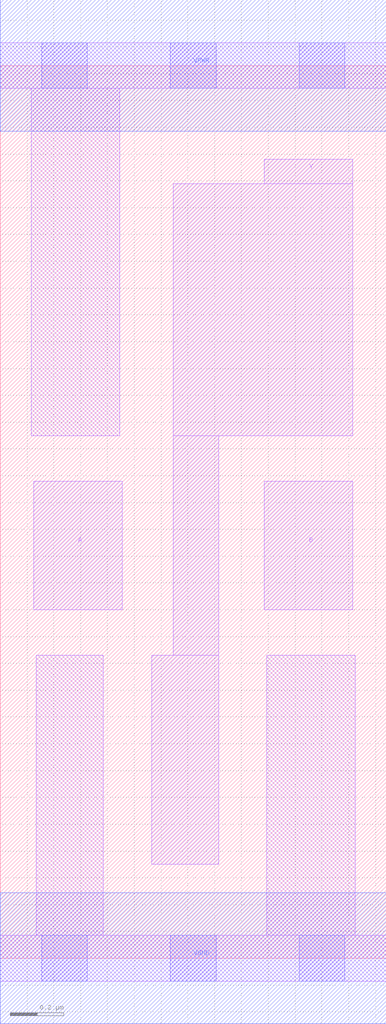
<source format=lef>
# Copyright 2020 The SkyWater PDK Authors
#
# Licensed under the Apache License, Version 2.0 (the "License");
# you may not use this file except in compliance with the License.
# You may obtain a copy of the License at
#
#     https://www.apache.org/licenses/LICENSE-2.0
#
# Unless required by applicable law or agreed to in writing, software
# distributed under the License is distributed on an "AS IS" BASIS,
# WITHOUT WARRANTIES OR CONDITIONS OF ANY KIND, either express or implied.
# See the License for the specific language governing permissions and
# limitations under the License.
#
# SPDX-License-Identifier: Apache-2.0

VERSION 5.5 ;
NAMESCASESENSITIVE ON ;
BUSBITCHARS "[]" ;
DIVIDERCHAR "/" ;
MACRO sky130_fd_sc_ls__nor2_1
  CLASS CORE ;
  SOURCE USER ;
  ORIGIN  0.000000  0.000000 ;
  SIZE  1.440000 BY  3.330000 ;
  SYMMETRY X Y ;
  SITE unit ;
  PIN A
    ANTENNAGATEAREA  0.279000 ;
    DIRECTION INPUT ;
    USE SIGNAL ;
    PORT
      LAYER li1 ;
        RECT 0.125000 1.300000 0.455000 1.780000 ;
    END
  END A
  PIN B
    ANTENNAGATEAREA  0.279000 ;
    DIRECTION INPUT ;
    USE SIGNAL ;
    PORT
      LAYER li1 ;
        RECT 0.985000 1.300000 1.315000 1.780000 ;
    END
  END B
  PIN Y
    ANTENNADIFFAREA  0.537600 ;
    DIRECTION OUTPUT ;
    USE SIGNAL ;
    PORT
      LAYER li1 ;
        RECT 0.565000 0.350000 0.815000 1.130000 ;
        RECT 0.645000 1.130000 0.815000 1.950000 ;
        RECT 0.645000 1.950000 1.315000 2.890000 ;
        RECT 0.985000 2.890000 1.315000 2.980000 ;
    END
  END Y
  PIN VGND
    DIRECTION INOUT ;
    SHAPE ABUTMENT ;
    USE GROUND ;
    PORT
      LAYER met1 ;
        RECT 0.000000 -0.245000 1.440000 0.245000 ;
    END
  END VGND
  PIN VPWR
    DIRECTION INOUT ;
    SHAPE ABUTMENT ;
    USE POWER ;
    PORT
      LAYER met1 ;
        RECT 0.000000 3.085000 1.440000 3.575000 ;
    END
  END VPWR
  OBS
    LAYER li1 ;
      RECT 0.000000 -0.085000 1.440000 0.085000 ;
      RECT 0.000000  3.245000 1.440000 3.415000 ;
      RECT 0.115000  1.950000 0.445000 3.245000 ;
      RECT 0.135000  0.085000 0.385000 1.130000 ;
      RECT 0.995000  0.085000 1.325000 1.130000 ;
    LAYER mcon ;
      RECT 0.155000 -0.085000 0.325000 0.085000 ;
      RECT 0.155000  3.245000 0.325000 3.415000 ;
      RECT 0.635000 -0.085000 0.805000 0.085000 ;
      RECT 0.635000  3.245000 0.805000 3.415000 ;
      RECT 1.115000 -0.085000 1.285000 0.085000 ;
      RECT 1.115000  3.245000 1.285000 3.415000 ;
  END
END sky130_fd_sc_ls__nor2_1

</source>
